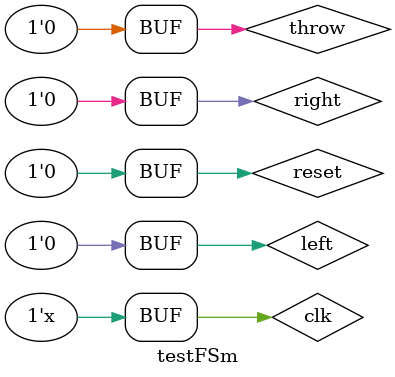
<source format=v>
`timescale 1ns / 1ps

module testFSm;

	// Inputs
	reg clk;
	reg reset;
	reg throw;
	reg left;
	reg right;

	// Outputs
	wire [1:0] winner;
	wire [2:0] arrPos;
	wire [2:0] i;
	wire [2:0] j;
	wire goChange;
	wire [5:0] player;

	// Instantiate the Unit Under Test (UUT)
	fsm uut (
		.clk(clk), 
		.reset(reset), 
		.throw(throw), 
		.left(left), 
		.right(right), 
		.winner(winner), 
		.arrPos(arrPos), 
		.i(i), 
		.j(j), 
		.goChange(goChange), 
		.player(player)
	);
	always#10 clk=~clk;
	initial begin
		// Initialize Inputs
		clk = 0;
		reset = 0;
		throw = 0;
		left = 0;
		right = 0;

		// Wait 100 ns for global reset to finish
		#2000;
		left=1;
		#20
		left=1;
		#20
		left=0;
		right=1;
      #20
        right=0;
		throw=1;
		#20
		throw=0;
		#80
		throw=1;
		#20
		throw=0;
		 
		// Add stimulus here

	end
      
endmodule


</source>
